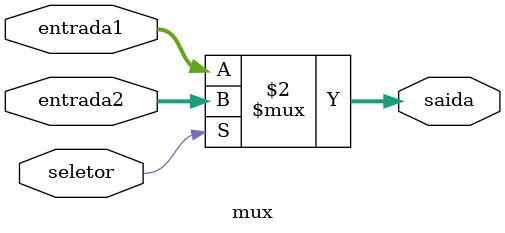
<source format=v>
module mux(entrada1,
			  entrada2,
			  seletor,
			  saida);

//Entradas
	input [31:0] entrada1;
	input [31:0] entrada2;
	input seletor;

//Saidas
	output [31:0] saida;

//Logica combinacional
	assign saida = (seletor == 0) ? entrada1 : entrada2; //seletor = 0 seleciona entrada1

endmodule 
</source>
